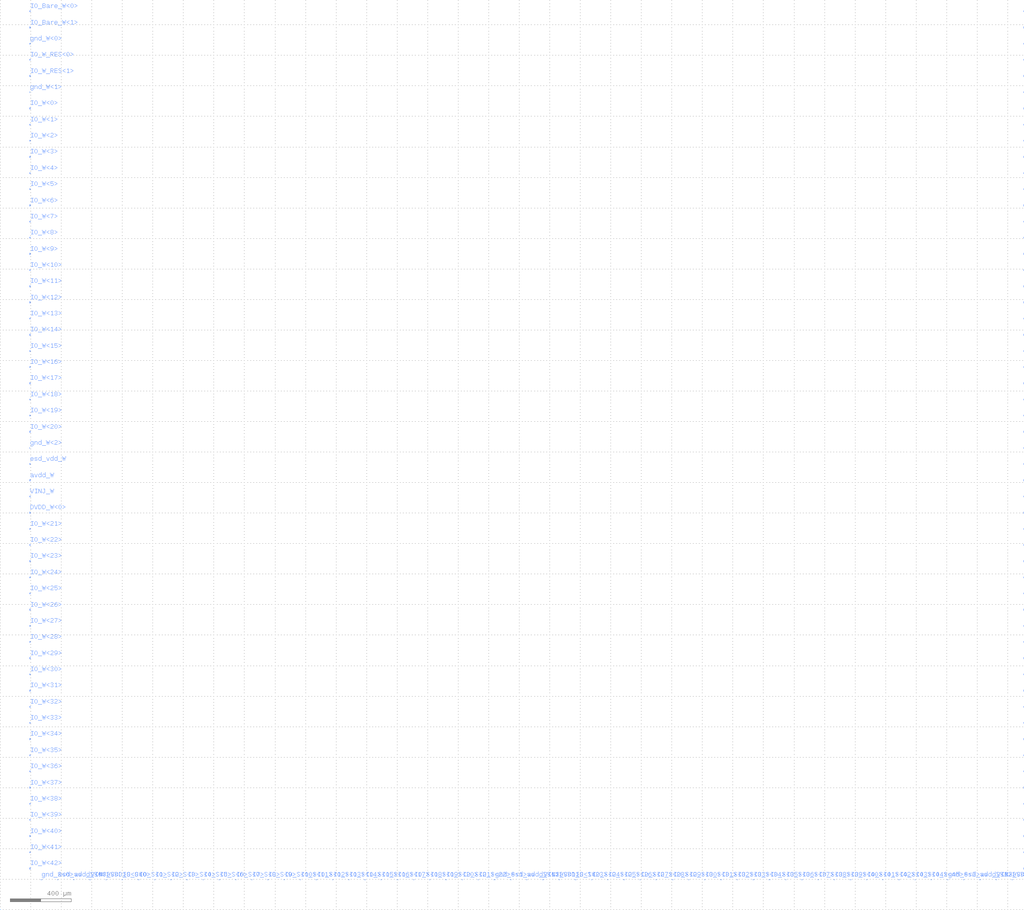
<source format=lef>
VERSION 5.5 ;
NAMESCASESENSITIVE ON ;
BUSBITCHARS "[]" ;
DIVIDERCHAR "/" ;

PROPERTYDEFINITIONS
  LAYER routingPitch REAL ;
END PROPERTYDEFINITIONS

UNITS
  DATABASE MICRONS 1000 ;
END UNITS
MANUFACTURINGGRID 0.01 ;
LAYER POLY1
  TYPE MASTERSLICE ;
END POLY1

LAYER CONT
  TYPE CUT ;
  SPACING 0.4 ;
END CONT

LAYER METAL1
  TYPE ROUTING ;
  DIRECTION HORIZONTAL ;
  PITCH 0 ;
  WIDTH 0.5 ;
  SPACING 0.45 ;
  PROPERTY routingPitch 1.25 ;
END METAL1

LAYER VIA12
  TYPE CUT ;
  SPACING 0.45 ;
END VIA12

LAYER METAL2
  TYPE ROUTING ;
  DIRECTION VERTICAL ;
  PITCH 0 ;
  WIDTH 0.6 ;
  SPACING 0.5 ;
  PROPERTY routingPitch 1.4 ;
END METAL2

LAYER VIA23
  TYPE CUT ;
  SPACING 0.45 ;
END VIA23

LAYER METAL3
  TYPE ROUTING ;
  DIRECTION HORIZONTAL ;
  PITCH 0 ;
  WIDTH 0.6 ;
  SPACING 0.5 ;
  PROPERTY routingPitch 1.25 ;
END METAL3

LAYER VIA34
  TYPE CUT ;
  SPACING 0.45 ;
END VIA34

LAYER METAL4
  TYPE ROUTING ;
  DIRECTION VERTICAL ;
  PITCH 0 ;
  WIDTH 0.6 ;
  SPACING 0.6 ;
  PROPERTY routingPitch 1.4 ;
END METAL4

LAYER OVERLAP
  TYPE OVERLAP ;
END OVERLAP

VIARULE M4_M3 GENERATE
  LAYER METAL3 ;
    ENCLOSURE 0.2 0.2 ;
  LAYER METAL4 ;
    ENCLOSURE 0.15 0.15 ;
  LAYER VIA34 ;
    RECT -0.25 -0.25 0.25 0.25 ;
    SPACING 1 BY 1 ;
END M4_M3

VIARULE M3_M2 GENERATE
  LAYER METAL2 ;
    ENCLOSURE 0.2 0.2 ;
  LAYER METAL3 ;
    ENCLOSURE 0.15 0.15 ;
  LAYER VIA23 ;
    RECT -0.25 -0.25 0.25 0.25 ;
    SPACING 1 BY 1 ;
END M3_M2

VIARULE M2_M1 GENERATE
  LAYER METAL1 ;
    ENCLOSURE 0.2 0.2 ;
  LAYER METAL2 ;
    ENCLOSURE 0.15 0.15 ;
  LAYER VIA12 ;
    RECT -0.25 -0.25 0.25 0.25 ;
    SPACING 1 BY 1 ;
END M2_M1

VIARULE M1_POLY1 GENERATE
  LAYER POLY1 ;
    ENCLOSURE 0.2 0.2 ;
  LAYER METAL1 ;
    ENCLOSURE 0.15 0.15 ;
  LAYER CONT ;
    RECT -0.2 -0.2 0.2 0.2 ;
    SPACING 1 BY 1 ;
END M1_POLY1

VIA M1_POLY1
  LAYER CONT ;
    RECT -0.2 -0.2 0.2 0.2 ;
  LAYER POLY1 ;
    RECT -0.4 -0.4 0.4 0.4 ;
  LAYER METAL1 ;
    RECT -0.35 -0.35 0.35 0.35 ;
END M1_POLY1

VIA M2_M1
  LAYER VIA12 ;
    RECT -0.25 -0.25 0.25 0.25 ;
  LAYER METAL2 ;
    RECT -0.4 -0.4 0.4 0.4 ;
  LAYER METAL1 ;
    RECT -0.45 -0.45 0.45 0.45 ;
END M2_M1

VIA M3_M2
  LAYER VIA23 ;
    RECT -0.25 -0.25 0.25 0.25 ;
  LAYER METAL3 ;
    RECT -0.4 -0.4 0.4 0.4 ;
  LAYER METAL2 ;
    RECT -0.45 -0.45 0.45 0.45 ;
END M3_M2

VIA M4_M3
  LAYER VIA34 ;
    RECT -0.25 -0.25 0.25 0.25 ;
  LAYER METAL4 ;
    RECT -0.4 -0.4 0.4 0.4 ;
  LAYER METAL3 ;
    RECT -0.45 -0.45 0.45 0.45 ;
END M4_M3


MACRO Full_Macro_Edit
  PIN SystemDrainline<1>
    DIRECTION INOUT ;
    USE SIGNAL ;
    PORT
      LAYER METAL3 ;
        RECT 6312.6 1412.6 6314.0 1414.0 ;
    END
  END SystemDrainline<1>
  PIN SystemDrainline<2>
    DIRECTION INOUT ;
    USE SIGNAL ;
    PORT
      LAYER METAL3 ;
        RECT 6312.6 943.6 6314.0 945.0 ;
    END
  END SystemDrainline<2>
  PIN sram_CS_VBIAS
    DIRECTION INOUT ;
    USE SIGNAL ;
    PORT
      LAYER METAL3 ;
        RECT 0.0 2.8 1.4 4.2 ;
    END
  END sram_CS_VBIAS
  PIN drain_pulse_rst
    DIRECTION INOUT ;
    USE SIGNAL ;
    PORT
      LAYER METAL3 ;
        RECT 6312.6 1.4 6314.0 2.8 ;
    END
  END drain_pulse_rst
  PIN fast_ADC_clk
    DIRECTION INOUT ;
    USE SIGNAL ;
    PORT
      LAYER METAL3 ;
        RECT 6312.6 471.8 6314.0 473.2 ;
    END
  END fast_ADC_clk
  PIN peri_spi_slave_RX_DV
    DIRECTION INOUT ;
    USE SIGNAL ;
    PORT
      LAYER METAL3 ;
        RECT 0.0 1412.6 1.4 1414.0 ;
    END
  END peri_spi_slave_RX_DV
  PIN peri_spi_mstr_RX_DV
    DIRECTION INOUT ;
    USE SIGNAL ;
    PORT
      LAYER METAL3 ;
        RECT 0.0 1330.0 1.4 1331.4 ;
    END
  END peri_spi_mstr_RX_DV
  PIN peri_spi_mstr_TX_Ready
    DIRECTION INOUT ;
    USE SIGNAL ;
    PORT
      LAYER METAL3 ;
        RECT 0.0 1247.4 1.4 1248.8 ;
    END
  END peri_spi_mstr_TX_Ready
  PIN peri_spi_mstr_cs_n_3
    DIRECTION INOUT ;
    USE SIGNAL ;
    PORT
      LAYER METAL3 ;
        RECT 0.0 1163.4 1.4 1164.8 ;
    END
  END peri_spi_mstr_cs_n_3
  PIN peri_spi_mstr_cs_n_2
    DIRECTION INOUT ;
    USE SIGNAL ;
    PORT
      LAYER METAL3 ;
        RECT 0.0 1080.8 1.4 1082.2 ;
    END
  END peri_spi_mstr_cs_n_2
  PIN peri_spi_mstr_cs_n_1
    DIRECTION INOUT ;
    USE SIGNAL ;
    PORT
      LAYER METAL3 ;
        RECT 0.0 996.8 1.4 998.2 ;
    END
  END peri_spi_mstr_cs_n_1
  PIN peri_spi_mstr_cs_n_0
    DIRECTION INOUT ;
    USE SIGNAL ;
    PORT
      LAYER METAL3 ;
        RECT 0.0 914.2 1.4 915.6 ;
    END
  END peri_spi_mstr_cs_n_0
  PIN peri_spi_mstr_mosi
    DIRECTION INOUT ;
    USE SIGNAL ;
    PORT
      LAYER METAL3 ;
        RECT 0.0 830.2 1.4 831.6 ;
    END
  END peri_spi_mstr_mosi
  PIN peri_spi_mstr_spiclk
    DIRECTION INOUT ;
    USE SIGNAL ;
    PORT
      LAYER METAL3 ;
        RECT 0.0 664.7 0.6 665.3 ;
    END
  END peri_spi_mstr_spiclk
  PIN peri_spi_slave_miso
    DIRECTION INOUT ;
    USE SIGNAL ;
    PORT
      LAYER METAL3 ;
        RECT 0.0 415.8 1.4 417.2 ;
    END
  END peri_spi_slave_miso
  PIN peri_spi_mstr_miso
    DIRECTION INOUT ;
    USE SIGNAL ;
    PORT
      LAYER METAL3 ;
        RECT 0.0 747.6 1.4 749.0 ;
    END
  END peri_spi_mstr_miso
  PIN peri_spi_slave_cs_n
    DIRECTION INOUT ;
    USE SIGNAL ;
    PORT
      LAYER METAL3 ;
        RECT 0.0 582.4 1.4 583.8 ;
    END
  END peri_spi_slave_cs_n
  PIN peri_spi_slave_mosi
    DIRECTION INOUT ;
    USE SIGNAL ;
    PORT
      LAYER METAL3 ;
        RECT 0.0 498.4 1.4 499.8 ;
    END
  END peri_spi_slave_mosi
  PIN peri_spi_slave_clk
    DIRECTION INOUT ;
    USE SIGNAL ;
    PORT
      LAYER METAL3 ;
        RECT 0.0 331.8 1.4 333.2 ;
    END
  END peri_spi_slave_clk
  PIN peri_spi_cpu_clk
    DIRECTION INOUT ;
    USE SIGNAL ;
    PORT
      LAYER METAL3 ;
        RECT 0.0 249.2 1.4 250.6 ;
    END
  END peri_spi_cpu_clk
  PIN peri_spi_rst
    DIRECTION INOUT ;
    USE SIGNAL ;
    PORT
      LAYER METAL3 ;
        RECT 0.0 165.2 1.4 166.6 ;
    END
  END peri_spi_rst
  PIN peri_use_uP
    DIRECTION INOUT ;
    USE SIGNAL ;
    PORT
      LAYER METAL3 ;
        RECT 0.0 82.6 1.4 84.0 ;
    END
  END peri_use_uP
  PIN irq_acc<12>
    DIRECTION INOUT ;
    USE SIGNAL ;
    PORT
      LAYER METAL2 ;
        RECT 894.6 0.0 896.0 1.4 ;
    END
  END irq_acc<12>
  PIN irq_acc<13>
    DIRECTION INOUT ;
    USE SIGNAL ;
    PORT
      LAYER METAL2 ;
        RECT 834.4 0.0 835.8 1.4 ;
    END
  END irq_acc<13>
  PIN irq<0>
    DIRECTION INOUT ;
    USE SIGNAL ;
    PORT
      LAYER METAL2 ;
        RECT 774.2 0.0 775.6 1.4 ;
    END
  END irq<0>
  PIN irq<1>
    DIRECTION INOUT ;
    USE SIGNAL ;
    PORT
      LAYER METAL2 ;
        RECT 715.4 0.0 716.8 1.4 ;
    END
  END irq<1>
  PIN irq<2>
    DIRECTION INOUT ;
    USE SIGNAL ;
    PORT
      LAYER METAL2 ;
        RECT 655.2 0.0 656.6 1.4 ;
    END
  END irq<2>
  PIN irq<3>
    DIRECTION INOUT ;
    USE SIGNAL ;
    PORT
      LAYER METAL2 ;
        RECT 596.4 0.0 597.8 1.4 ;
    END
  END irq<3>
  PIN irq<4>
    DIRECTION INOUT ;
    USE SIGNAL ;
    PORT
      LAYER METAL2 ;
        RECT 536.2 0.0 537.6 1.4 ;
    END
  END irq<4>
  PIN irq<5>
    DIRECTION INOUT ;
    USE SIGNAL ;
    PORT
      LAYER METAL2 ;
        RECT 477.4 0.0 478.8 1.4 ;
    END
  END irq<5>
  PIN irq<6>
    DIRECTION INOUT ;
    USE SIGNAL ;
    PORT
      LAYER METAL2 ;
        RECT 417.2 0.0 418.6 1.4 ;
    END
  END irq<6>
  PIN irq<7>
    DIRECTION INOUT ;
    USE SIGNAL ;
    PORT
      LAYER METAL2 ;
        RECT 358.4 0.0 359.8 1.4 ;
    END
  END irq<7>
  PIN irq<8>
    DIRECTION INOUT ;
    USE SIGNAL ;
    PORT
      LAYER METAL2 ;
        RECT 298.2 0.0 299.6 1.4 ;
    END
  END irq<8>
  PIN irq<9>
    DIRECTION INOUT ;
    USE SIGNAL ;
    PORT
      LAYER METAL2 ;
        RECT 239.4 0.0 240.8 1.4 ;
    END
  END irq<9>
  PIN irq<10>
    DIRECTION INOUT ;
    USE SIGNAL ;
    PORT
      LAYER METAL2 ;
        RECT 179.2 0.0 180.6 1.4 ;
    END
  END irq<10>
  PIN irq<11>
    DIRECTION INOUT ;
    USE SIGNAL ;
    PORT
      LAYER METAL2 ;
        RECT 119.0 0.0 120.4 1.4 ;
    END
  END irq<11>
  PIN irq<12>
    DIRECTION INOUT ;
    USE SIGNAL ;
    PORT
      LAYER METAL2 ;
        RECT 60.2 0.0 61.6 1.4 ;
    END
  END irq<12>
  PIN irq<13>
    DIRECTION INOUT ;
    USE SIGNAL ;
    PORT
      LAYER METAL2 ;
        RECT 1.4 0.0 2.8 1.4 ;
    END
  END irq<13>
  PIN irq_acc<1>
    DIRECTION INOUT ;
    USE SIGNAL ;
    PORT
      LAYER METAL2 ;
        RECT 1548.4 0.0 1549.8 1.4 ;
    END
  END irq_acc<1>
  PIN irq_acc<2>
    DIRECTION INOUT ;
    USE SIGNAL ;
    PORT
      LAYER METAL2 ;
        RECT 1489.6 0.0 1491.0 1.4 ;
    END
  END irq_acc<2>
  PIN irq_acc<3>
    DIRECTION INOUT ;
    USE SIGNAL ;
    PORT
      LAYER METAL2 ;
        RECT 1429.4 0.0 1430.8 1.4 ;
    END
  END irq_acc<3>
  PIN irq_acc<4>
    DIRECTION INOUT ;
    USE SIGNAL ;
    PORT
      LAYER METAL2 ;
        RECT 1370.6 0.0 1372.0 1.4 ;
    END
  END irq_acc<4>
  PIN irq_acc<5>
    DIRECTION INOUT ;
    USE SIGNAL ;
    PORT
      LAYER METAL2 ;
        RECT 1310.4 0.0 1311.8 1.4 ;
    END
  END irq_acc<5>
  PIN irq_acc<6>
    DIRECTION INOUT ;
    USE SIGNAL ;
    PORT
      LAYER METAL2 ;
        RECT 1251.6 0.0 1253.0 1.4 ;
    END
  END irq_acc<6>
  PIN irq_acc<7>
    DIRECTION INOUT ;
    USE SIGNAL ;
    PORT
      LAYER METAL2 ;
        RECT 1191.4 0.0 1192.8 1.4 ;
    END
  END irq_acc<7>
  PIN irq_acc<8>
    DIRECTION INOUT ;
    USE SIGNAL ;
    PORT
      LAYER METAL2 ;
        RECT 1132.6 0.0 1134.0 1.4 ;
    END
  END irq_acc<8>
  PIN irq_acc<9>
    DIRECTION INOUT ;
    USE SIGNAL ;
    PORT
      LAYER METAL2 ;
        RECT 1072.4 0.0 1073.8 1.4 ;
    END
  END irq_acc<9>
  PIN irq_acc<10>
    DIRECTION INOUT ;
    USE SIGNAL ;
    PORT
      LAYER METAL2 ;
        RECT 1013.6 0.0 1015.0 1.4 ;
    END
  END irq_acc<10>
  PIN irq_acc<11>
    DIRECTION INOUT ;
    USE SIGNAL ;
    PORT
      LAYER METAL2 ;
        RECT 953.4 0.0 954.8 1.4 ;
    END
  END irq_acc<11>
  PIN irq_acc<0>
    DIRECTION INOUT ;
    USE SIGNAL ;
    PORT
      LAYER METAL2 ;
        RECT 1608.6 0.0 1610.0 1.4 ;
    END
  END irq_acc<0>
  PIN mmio_reg_4_vinj_out<1>
    DIRECTION INOUT ;
    USE SIGNAL ;
    PORT
      LAYER METAL2 ;
        RECT 1906.8 0.0 1908.2 1.4 ;
    END
  END mmio_reg_4_vinj_out<1>
  PIN mmio_reg_4_vinj_out<2>
    DIRECTION INOUT ;
    USE SIGNAL ;
    PORT
      LAYER METAL2 ;
        RECT 1846.6 0.0 1848.0 1.4 ;
    END
  END mmio_reg_4_vinj_out<2>
  PIN mmio_reg_4_vinj_out<3>
    DIRECTION INOUT ;
    USE SIGNAL ;
    PORT
      LAYER METAL2 ;
        RECT 1787.8 0.0 1789.2 1.4 ;
    END
  END mmio_reg_4_vinj_out<3>
  PIN mmio_reg_4_vinj_out<4>
    DIRECTION INOUT ;
    USE SIGNAL ;
    PORT
      LAYER METAL2 ;
        RECT 1727.6 0.0 1729.0 1.4 ;
    END
  END mmio_reg_4_vinj_out<4>
  PIN mmio_reg_4_vinj_out<5>
    DIRECTION INOUT ;
    USE SIGNAL ;
    PORT
      LAYER METAL2 ;
        RECT 1668.8 0.0 1670.2 1.4 ;
    END
  END mmio_reg_4_vinj_out<5>
  PIN mmio_reg_4_vinj_out<0>
    DIRECTION INOUT ;
    USE SIGNAL ;
    PORT
      LAYER METAL2 ;
        RECT 1965.6 0.0 1967.0 1.4 ;
    END
  END mmio_reg_4_vinj_out<0>
  PIN mmio_reg_3_vinj_out<10>
    DIRECTION INOUT ;
    USE SIGNAL ;
    PORT
      LAYER METAL2 ;
        RECT 2322.6 0.0 2324.0 1.4 ;
    END
  END mmio_reg_3_vinj_out<10>
  PIN mmio_reg_3_vinj_out<11>
    DIRECTION INOUT ;
    USE SIGNAL ;
    PORT
      LAYER METAL2 ;
        RECT 2263.8 0.0 2265.2 1.4 ;
    END
  END mmio_reg_3_vinj_out<11>
  PIN mmio_reg_3_vinj_out<12>
    DIRECTION INOUT ;
    USE SIGNAL ;
    PORT
      LAYER METAL2 ;
        RECT 2203.6 0.0 2205.0 1.4 ;
    END
  END mmio_reg_3_vinj_out<12>
  PIN mmio_reg_3_vinj_out<13>
    DIRECTION INOUT ;
    USE SIGNAL ;
    PORT
      LAYER METAL2 ;
        RECT 2144.8 0.0 2146.2 1.4 ;
    END
  END mmio_reg_3_vinj_out<13>
  PIN mmio_reg_3_vinj_out<14>
    DIRECTION INOUT ;
    USE SIGNAL ;
    PORT
      LAYER METAL2 ;
        RECT 2084.6 0.0 2086.0 1.4 ;
    END
  END mmio_reg_3_vinj_out<14>
  PIN mmio_reg_3_vinj_out<15>
    DIRECTION INOUT ;
    USE SIGNAL ;
    PORT
      LAYER METAL2 ;
        RECT 2025.8 0.0 2027.2 1.4 ;
    END
  END mmio_reg_3_vinj_out<15>
  PIN mmio_reg_1_out<0>
    DIRECTION INOUT ;
    USE SIGNAL ;
    PORT
      LAYER METAL2 ;
        RECT 2501.8 0.0 2503.2 1.4 ;
    END
  END mmio_reg_1_out<0>
  PIN mmio_reg_1_out<1>
    DIRECTION INOUT ;
    USE SIGNAL ;
    PORT
      LAYER METAL2 ;
        RECT 2562.0 0.0 2563.4 1.4 ;
    END
  END mmio_reg_1_out<1>
  PIN mmio_reg_in_5<9>
    DIRECTION INOUT ;
    USE SIGNAL ;
    PORT
      LAYER METAL2 ;
        RECT 2977.8 0.0 2979.2 1.4 ;
    END
  END mmio_reg_in_5<9>
  PIN mmio_reg_in_5<10>
    DIRECTION INOUT ;
    USE SIGNAL ;
    PORT
      LAYER METAL2 ;
        RECT 2919.0 0.0 2920.4 1.4 ;
    END
  END mmio_reg_in_5<10>
  PIN mmio_reg_in_5<11>
    DIRECTION INOUT ;
    USE SIGNAL ;
    PORT
      LAYER METAL2 ;
        RECT 2858.8 0.0 2860.2 1.4 ;
    END
  END mmio_reg_in_5<11>
  PIN mmio_reg_in_5<12>
    DIRECTION INOUT ;
    USE SIGNAL ;
    PORT
      LAYER METAL2 ;
        RECT 2800.0 0.0 2801.4 1.4 ;
    END
  END mmio_reg_in_5<12>
  PIN mmio_reg_in_5<13>
    DIRECTION INOUT ;
    USE SIGNAL ;
    PORT
      LAYER METAL2 ;
        RECT 2739.8 0.0 2741.2 1.4 ;
    END
  END mmio_reg_in_5<13>
  PIN mmio_reg_in_5<14>
    DIRECTION INOUT ;
    USE SIGNAL ;
    PORT
      LAYER METAL2 ;
        RECT 2681.0 0.0 2682.4 1.4 ;
    END
  END mmio_reg_in_5<14>
  PIN mmio_reg_in_5<15>
    DIRECTION INOUT ;
    USE SIGNAL ;
    PORT
      LAYER METAL2 ;
        RECT 2620.8 0.0 2622.2 1.4 ;
    END
  END mmio_reg_in_5<15>
  PIN mmio_reg_in_5<2>
    DIRECTION INOUT ;
    USE SIGNAL ;
    PORT
      LAYER METAL2 ;
        RECT 3395.0 0.0 3396.4 1.4 ;
    END
  END mmio_reg_in_5<2>
  PIN mmio_reg_in_5<3>
    DIRECTION INOUT ;
    USE SIGNAL ;
    PORT
      LAYER METAL2 ;
        RECT 3336.2 0.0 3337.6 1.4 ;
    END
  END mmio_reg_in_5<3>
  PIN mmio_reg_in_5<4>
    DIRECTION INOUT ;
    USE SIGNAL ;
    PORT
      LAYER METAL2 ;
        RECT 3276.0 0.0 3277.4 1.4 ;
    END
  END mmio_reg_in_5<4>
  PIN mmio_reg_in_5<5>
    DIRECTION INOUT ;
    USE SIGNAL ;
    PORT
      LAYER METAL2 ;
        RECT 3217.2 0.0 3218.6 1.4 ;
    END
  END mmio_reg_in_5<5>
  PIN mmio_reg_in_5<6>
    DIRECTION INOUT ;
    USE SIGNAL ;
    PORT
      LAYER METAL2 ;
        RECT 3157.0 0.0 3158.4 1.4 ;
    END
  END mmio_reg_in_5<6>
  PIN mmio_reg_in_5<7>
    DIRECTION INOUT ;
    USE SIGNAL ;
    PORT
      LAYER METAL2 ;
        RECT 3096.8 0.0 3098.2 1.4 ;
    END
  END mmio_reg_in_5<7>
  PIN mmio_reg_in_5<8>
    DIRECTION INOUT ;
    USE SIGNAL ;
    PORT
      LAYER METAL2 ;
        RECT 3038.0 0.0 3039.4 1.4 ;
    END
  END mmio_reg_in_5<8>
  PIN mmio_reg_10<11>
    DIRECTION INOUT ;
    USE SIGNAL ;
    PORT
      LAYER METAL2 ;
        RECT 3812.2 0.0 3813.6 1.4 ;
    END
  END mmio_reg_10<11>
  PIN mmio_reg_10<12>
    DIRECTION INOUT ;
    USE SIGNAL ;
    PORT
      LAYER METAL2 ;
        RECT 3752.0 0.0 3753.4 1.4 ;
    END
  END mmio_reg_10<12>
  PIN mmio_reg_10<13>
    DIRECTION INOUT ;
    USE SIGNAL ;
    PORT
      LAYER METAL2 ;
        RECT 3693.2 0.0 3694.6 1.4 ;
    END
  END mmio_reg_10<13>
  PIN mmio_reg_10<14>
    DIRECTION INOUT ;
    USE SIGNAL ;
    PORT
      LAYER METAL2 ;
        RECT 3633.0 0.0 3634.4 1.4 ;
    END
  END mmio_reg_10<14>
  PIN mmio_reg_10<15>
    DIRECTION INOUT ;
    USE SIGNAL ;
    PORT
      LAYER METAL2 ;
        RECT 3574.2 0.0 3575.6 1.4 ;
    END
  END mmio_reg_10<15>
  PIN mmio_reg_in_5<0>
    DIRECTION INOUT ;
    USE SIGNAL ;
    PORT
      LAYER METAL2 ;
        RECT 3514.0 0.0 3515.4 1.4 ;
    END
  END mmio_reg_in_5<0>
  PIN mmio_reg_in_5<1>
    DIRECTION INOUT ;
    USE SIGNAL ;
    PORT
      LAYER METAL2 ;
        RECT 3455.2 0.0 3456.6 1.4 ;
    END
  END mmio_reg_in_5<1>
  PIN mmio_reg_10<4>
    DIRECTION INOUT ;
    USE SIGNAL ;
    PORT
      LAYER METAL2 ;
        RECT 4229.4 0.0 4230.8 1.4 ;
    END
  END mmio_reg_10<4>
  PIN mmio_reg_10<5>
    DIRECTION INOUT ;
    USE SIGNAL ;
    PORT
      LAYER METAL2 ;
        RECT 4169.2 0.0 4170.6 1.4 ;
    END
  END mmio_reg_10<5>
  PIN mmio_reg_10<6>
    DIRECTION INOUT ;
    USE SIGNAL ;
    PORT
      LAYER METAL2 ;
        RECT 4110.4 0.0 4111.8 1.4 ;
    END
  END mmio_reg_10<6>
  PIN mmio_reg_10<7>
    DIRECTION INOUT ;
    USE SIGNAL ;
    PORT
      LAYER METAL2 ;
        RECT 4050.2 0.0 4051.6 1.4 ;
    END
  END mmio_reg_10<7>
  PIN mmio_reg_10<8>
    DIRECTION INOUT ;
    USE SIGNAL ;
    PORT
      LAYER METAL2 ;
        RECT 3991.4 0.0 3992.8 1.4 ;
    END
  END mmio_reg_10<8>
  PIN mmio_reg_10<9>
    DIRECTION INOUT ;
    USE SIGNAL ;
    PORT
      LAYER METAL2 ;
        RECT 3931.2 0.0 3932.6 1.4 ;
    END
  END mmio_reg_10<9>
  PIN mmio_reg_10<10>
    DIRECTION INOUT ;
    USE SIGNAL ;
    PORT
      LAYER METAL2 ;
        RECT 3871.0 0.0 3872.4 1.4 ;
    END
  END mmio_reg_10<10>
  PIN mmio_reg_10<0>
    DIRECTION INOUT ;
    USE SIGNAL ;
    PORT
      LAYER METAL2 ;
        RECT 4467.4 0.0 4468.8 1.4 ;
    END
  END mmio_reg_10<0>
  PIN mmio_reg_10<1>
    DIRECTION INOUT ;
    USE SIGNAL ;
    PORT
      LAYER METAL2 ;
        RECT 4407.2 0.0 4408.6 1.4 ;
    END
  END mmio_reg_10<1>
  PIN mmio_reg_10<2>
    DIRECTION INOUT ;
    USE SIGNAL ;
    PORT
      LAYER METAL2 ;
        RECT 4348.4 0.0 4349.8 1.4 ;
    END
  END mmio_reg_10<2>
  PIN mmio_reg_10<3>
    DIRECTION INOUT ;
    USE SIGNAL ;
    PORT
      LAYER METAL2 ;
        RECT 4288.2 0.0 4289.6 1.4 ;
    END
  END mmio_reg_10<3>
  PIN mmio_reg_2_out_b15
    DIRECTION INOUT ;
    USE SIGNAL ;
    PORT
      LAYER METAL2 ;
        RECT 2382.8 0.0 2384.2 1.4 ;
    END
  END mmio_reg_2_out_b15
  PIN mmio_reg_9_out_b15
    DIRECTION INOUT ;
    USE SIGNAL ;
    PORT
      LAYER METAL2 ;
        RECT 2443.0 0.0 2444.4 1.4 ;
    END
  END mmio_reg_9_out_b15
  PIN Signal_DAC_out[0]
    DIRECTION INOUT ;
    USE SIGNAL ;
    PORT
      LAYER METAL2 ;
        RECT 5360.6 0.0 5362.0 1.4 ;
    END
  END Signal_DAC_out[0]
  PIN Signal_DAC_out[1]
    DIRECTION INOUT ;
    USE SIGNAL ;
    PORT
      LAYER METAL2 ;
        RECT 5300.4 0.0 5301.8 1.4 ;
    END
  END Signal_DAC_out[1]
  PIN Signal_DAC_out[2]
    DIRECTION INOUT ;
    USE SIGNAL ;
    PORT
      LAYER METAL2 ;
        RECT 5241.6 0.0 5243.0 1.4 ;
    END
  END Signal_DAC_out[2]
  PIN Signal_DAC_out[3]
    DIRECTION INOUT ;
    USE SIGNAL ;
    PORT
      LAYER METAL2 ;
        RECT 5181.4 0.0 5182.8 1.4 ;
    END
  END Signal_DAC_out[3]
  PIN Signal_DAC_out[4]
    DIRECTION INOUT ;
    USE SIGNAL ;
    PORT
      LAYER METAL2 ;
        RECT 5122.6 0.0 5124.0 1.4 ;
    END
  END Signal_DAC_out[4]
  PIN Signal_ADC_inp[0]
    DIRECTION INOUT ;
    USE SIGNAL ;
    PORT
      LAYER METAL2 ;
        RECT 5717.6 0.0 5719.0 1.4 ;
    END
  END Signal_ADC_inp[0]
  PIN Signal_ADC_inp[1]
    DIRECTION INOUT ;
    USE SIGNAL ;
    PORT
      LAYER METAL2 ;
        RECT 5658.8 0.0 5660.2 1.4 ;
    END
  END Signal_ADC_inp[1]
  PIN Signal_ADC_inp[2]
    DIRECTION INOUT ;
    USE SIGNAL ;
    PORT
      LAYER METAL2 ;
        RECT 5598.6 0.0 5600.0 1.4 ;
    END
  END Signal_ADC_inp[2]
  PIN Signal_ADC_inp[3]
    DIRECTION INOUT ;
    USE SIGNAL ;
    PORT
      LAYER METAL2 ;
        RECT 5539.8 0.0 5541.2 1.4 ;
    END
  END Signal_ADC_inp[3]
  PIN Signal_ADC_inp[4]
    DIRECTION INOUT ;
    USE SIGNAL ;
    PORT
      LAYER METAL2 ;
        RECT 5479.6 0.0 5481.0 1.4 ;
    END
  END Signal_ADC_inp[4]
  PIN Signal_ADC_inp[5]
    DIRECTION INOUT ;
    USE SIGNAL ;
    PORT
      LAYER METAL2 ;
        RECT 5419.4 0.0 5420.8 1.4 ;
    END
  END Signal_ADC_inp[5]
  PIN VGPROG_IO
    DIRECTION INOUT ;
    USE SIGNAL ;
    PORT
      LAYER METAL2 ;
        RECT 5955.6 0.0 5957.0 1.4 ;
    END
  END VGPROG_IO
  PIN VTUN_AM
    DIRECTION INOUT ;
    USE SIGNAL ;
    PORT
      LAYER METAL2 ;
        RECT 6074.6 0.0 6076.0 1.4 ;
    END
  END VTUN_AM
  PIN AVDD_AM
    DIRECTION INOUT ;
    USE SIGNAL ;
    PORT
      LAYER METAL2 ;
        RECT 6193.6 0.0 6195.0 1.4 ;
    END
  END AVDD_AM
  PIN V_IO
    DIRECTION INOUT ;
    USE SIGNAL ;
    PORT
      LAYER METAL2 ;
        RECT 4526.2 0.0 4527.6 1.4 ;
    END
  END V_IO
  PIN VG_IO
    DIRECTION INOUT ;
    USE SIGNAL ;
    PORT
      LAYER METAL2 ;
        RECT 4586.4 0.0 4587.8 1.4 ;
    END
  END VG_IO
  PIN VGRUN
    DIRECTION INOUT ;
    USE SIGNAL ;
    PORT
      LAYER METAL2 ;
        RECT 4645.2 0.0 4646.6 1.4 ;
    END
  END VGRUN
  PIN VD_IO
    DIRECTION INOUT ;
    USE SIGNAL ;
    PORT
      LAYER METAL2 ;
        RECT 4705.4 0.0 4706.8 1.4 ;
    END
  END VD_IO
  PIN I_IO
    DIRECTION INOUT ;
    USE SIGNAL ;
    PORT
      LAYER METAL2 ;
        RECT 4765.6 0.0 4767.0 1.4 ;
    END
  END I_IO
  PIN Debug_IO
    DIRECTION INOUT ;
    USE SIGNAL ;
    PORT
      LAYER METAL2 ;
        RECT 4824.4 0.0 4825.8 1.4 ;
    END
  END Debug_IO
  PIN Cal_Vin
    DIRECTION INOUT ;
    USE SIGNAL ;
    PORT
      LAYER METAL2 ;
        RECT 4884.6 0.0 4886.0 1.4 ;
    END
  END Cal_Vin
  PIN Cal_IO
    DIRECTION INOUT ;
    USE SIGNAL ;
    PORT
      LAYER METAL2 ;
        RECT 4943.4 0.0 4944.8 1.4 ;
    END
  END Cal_IO
  PIN Bias_Trim
    DIRECTION INOUT ;
    USE SIGNAL ;
    PORT
      LAYER METAL2 ;
        RECT 5003.6 0.0 5005.0 1.4 ;
    END
  END Bias_Trim
  PIN ADC_Trim
    DIRECTION INOUT ;
    USE SIGNAL ;
    PORT
      LAYER METAL2 ;
        RECT 5062.4 0.0 5063.8 1.4 ;
    END
  END ADC_Trim
  PIN run
    DIRECTION INOUT ;
    USE SIGNAL ;
    PORT
      LAYER METAL2 ;
        RECT 5777.8 0.0 5779.2 1.4 ;
    END
  END run
  PIN prog
    DIRECTION INOUT ;
    USE SIGNAL ;
    PORT
      LAYER METAL2 ;
        RECT 5836.6 0.0 5838.0 1.4 ;
    END
  END prog
  PIN fgmem_CS_VBIAS
    DIRECTION INOUT ;
    USE SIGNAL ;
    PORT
      LAYER METAL2 ;
        RECT 5896.8 0.0 5898.2 1.4 ;
    END
  END fgmem_CS_VBIAS
  PIN VTUN_fgmem
    DIRECTION INOUT ;
    USE SIGNAL ;
    PORT
      LAYER METAL2 ;
        RECT 6015.8 0.0 6017.2 1.4 ;
    END
  END VTUN_fgmem
  PIN VINJ
    DIRECTION INOUT ;
    USE SIGNAL ;
    PORT
      LAYER METAL2 ;
        RECT 6134.8 0.0 6136.2 1.4 ;
    END
  END VINJ
  PIN GND
    DIRECTION INOUT ;
    USE SIGNAL ;
    PORT
      LAYER METAL2 ;
        RECT 6253.8 0.0 6255.2 1.4 ;
    END
  END GND
  PIN DVDD
    DIRECTION INOUT ;
    USE SIGNAL ;
    PORT
      LAYER METAL2 ;
        RECT 6311.2 0.0 6312.6 1.4 ;
    END
  END DVDD
  PIN scan_out2
    DIRECTION INOUT ;
    USE SIGNAL ;
    PORT
      LAYER METAL2 ;
        RECT 3682.0 1414.0 3683.4 1415.4 ;
    END
  END scan_out2
  PIN scan_in2
    DIRECTION INOUT ;
    USE SIGNAL ;
    PORT
      LAYER METAL2 ;
        RECT 3155.6 1414.0 3157.0 1415.4 ;
    END
  END scan_in2
  PIN scan_out1
    DIRECTION INOUT ;
    USE SIGNAL ;
    PORT
      LAYER METAL2 ;
        RECT 3418.8 1414.0 3420.2 1415.4 ;
    END
  END scan_out1
  PIN scan_in1
    DIRECTION INOUT ;
    USE SIGNAL ;
    PORT
      LAYER METAL2 ;
        RECT 2892.4 1414.0 2893.8 1415.4 ;
    END
  END scan_in1
  PIN wkup
    DIRECTION INOUT ;
    USE SIGNAL ;
    PORT
      LAYER METAL2 ;
        RECT 2629.2 1414.0 2630.6 1415.4 ;
    END
  END wkup
  PIN scan_mode
    DIRECTION INOUT ;
    USE SIGNAL ;
    PORT
      LAYER METAL2 ;
        RECT 2366.0 1414.0 2367.4 1415.4 ;
    END
  END scan_mode
  PIN scan_enable
    DIRECTION INOUT ;
    USE SIGNAL ;
    PORT
      LAYER METAL2 ;
        RECT 2104.2 1414.0 2105.6 1415.4 ;
    END
  END scan_enable
  PIN reset_n
    DIRECTION INOUT ;
    USE SIGNAL ;
    PORT
      LAYER METAL2 ;
        RECT 1841.0 1414.0 1842.4 1415.4 ;
    END
  END reset_n
  PIN nmi
    DIRECTION INOUT ;
    USE SIGNAL ;
    PORT
      LAYER METAL2 ;
        RECT 1577.8 1414.0 1579.2 1415.4 ;
    END
  END nmi
  PIN lfxt_clk
    DIRECTION INOUT ;
    USE SIGNAL ;
    PORT
      LAYER METAL2 ;
        RECT 1314.61 1414.0 1316.0 1415.4 ;
    END
  END lfxt_clk
  PIN dco_clk
    DIRECTION INOUT ;
    USE SIGNAL ;
    PORT
      LAYER METAL2 ;
        RECT 1051.4 1414.0 1052.8 1415.4 ;
    END
  END dco_clk
  PIN dbg_uart_rxd
    DIRECTION INOUT ;
    USE SIGNAL ;
    PORT
      LAYER METAL2 ;
        RECT 525.0 1414.0 526.4 1415.4 ;
    END
  END dbg_uart_rxd
  PIN dbg_en
    DIRECTION INOUT ;
    USE SIGNAL ;
    PORT
      LAYER METAL2 ;
        RECT 261.8 1414.0 263.2 1415.4 ;
    END
  END dbg_en
  PIN cpu_en
    DIRECTION INOUT ;
    USE SIGNAL ;
    PORT
      LAYER METAL2 ;
        RECT 1.4 1414.0 2.8 1415.4 ;
    END
  END cpu_en
  PIN smclk_en
    DIRECTION INOUT ;
    USE SIGNAL ;
    PORT
      LAYER METAL2 ;
        RECT 6309.8 1414.0 6311.2 1415.4 ;
    END
  END smclk_en
  PIN smclk
    DIRECTION INOUT ;
    USE SIGNAL ;
    PORT
      LAYER METAL2 ;
        RECT 6049.4 1414.0 6050.8 1415.4 ;
    END
  END smclk
  PIN mclk
    DIRECTION INOUT ;
    USE SIGNAL ;
    PORT
      LAYER METAL2 ;
        RECT 5786.2 1414.0 5787.6 1415.4 ;
    END
  END mclk
  PIN lfxt_wkup
    DIRECTION INOUT ;
    USE SIGNAL ;
    PORT
      LAYER METAL2 ;
        RECT 5523.0 1414.0 5524.4 1415.4 ;
    END
  END lfxt_wkup
  PIN lfxt_enable
    DIRECTION INOUT ;
    USE SIGNAL ;
    PORT
      LAYER METAL2 ;
        RECT 5259.8 1414.0 5261.2 1415.4 ;
    END
  END lfxt_enable
  PIN dco_wkup
    DIRECTION INOUT ;
    USE SIGNAL ;
    PORT
      LAYER METAL2 ;
        RECT 4996.6 1414.0 4998.0 1415.4 ;
    END
  END dco_wkup
  PIN dco_enable
    DIRECTION INOUT ;
    USE SIGNAL ;
    PORT
      LAYER METAL2 ;
        RECT 4733.4 1414.0 4734.8 1415.4 ;
    END
  END dco_enable
  PIN dbg_uart_txd
    DIRECTION INOUT ;
    USE SIGNAL ;
    PORT
      LAYER METAL2 ;
        RECT 788.2 1414.0 789.6 1415.4 ;
    END
  END dbg_uart_txd
  PIN dbg_freeze
    DIRECTION INOUT ;
    USE SIGNAL ;
    PORT
      LAYER METAL2 ;
        RECT 4470.2 1414.0 4471.6 1415.4 ;
    END
  END dbg_freeze
  PIN aclk_en
    DIRECTION INOUT ;
    USE SIGNAL ;
    PORT
      LAYER METAL2 ;
        RECT 4208.4 1414.0 4209.8 1415.4 ;
    END
  END aclk_en
  PIN aclk
    DIRECTION INOUT ;
    USE SIGNAL ;
    PORT
      LAYER METAL2 ;
        RECT 3945.2 1414.0 3946.6 1415.4 ;
    END
  END aclk
END Full_Macro_Edit

MACRO frame_6p9mm_6p2mm_edit
  PIN VINJ_S<2>
    DIRECTION INOUT ;
    USE SIGNAL ;
    PORT
      LAYER METAL2 ;
        RECT 6520.1 194.95 6527.9 195.75 ;
    END
  END VINJ_S<2>
  PIN avdd_S<2>
    DIRECTION INOUT ;
    USE SIGNAL ;
    PORT
      LAYER METAL2 ;
        RECT 6414.1 194.95 6421.9 195.75 ;
    END
  END avdd_S<2>
  PIN esd_vdd_S<2>
    DIRECTION INOUT ;
    USE SIGNAL ;
    PORT
      LAYER METAL2 ;
        RECT 6308.1 194.95 6315.9 195.75 ;
    END
  END esd_vdd_S<2>
  PIN VINJ_S<1>
    DIRECTION INOUT ;
    USE SIGNAL ;
    PORT
      LAYER METAL2 ;
        RECT 3552.1 194.95 3559.9 195.75 ;
    END
  END VINJ_S<1>
  PIN avdd_S<1>
    DIRECTION INOUT ;
    USE SIGNAL ;
    PORT
      LAYER METAL2 ;
        RECT 3446.1 194.95 3453.9 195.75 ;
    END
  END avdd_S<1>
  PIN esd_vdd_S<1>
    DIRECTION INOUT ;
    USE SIGNAL ;
    PORT
      LAYER METAL2 ;
        RECT 3340.1 194.95 3347.9 195.75 ;
    END
  END esd_vdd_S<1>
  PIN VINJ_S<0>
    DIRECTION INOUT ;
    USE SIGNAL ;
    PORT
      LAYER METAL2 ;
        RECT 584.1 194.95 591.9 195.75 ;
    END
  END VINJ_S<0>
  PIN avdd_S<0>
    DIRECTION INOUT ;
    USE SIGNAL ;
    PORT
      LAYER METAL2 ;
        RECT 478.1 194.95 485.9 195.75 ;
    END
  END avdd_S<0>
  PIN esd_vdd_S<0>
    DIRECTION INOUT ;
    USE SIGNAL ;
    PORT
      LAYER METAL2 ;
        RECT 372.1 194.96 379.9 195.75 ;
    END
  END esd_vdd_S<0>
  PIN VINJ_E
    DIRECTION INOUT ;
    USE SIGNAL ;
    PORT
      LAYER METAL2 ;
        RECT 6705.1 2704.95 6705.9 2712.75 ;
    END
  END VINJ_E
  PIN avdd_E
    DIRECTION INOUT ;
    USE SIGNAL ;
    PORT
      LAYER METAL2 ;
        RECT 6705.1 2810.95 6705.9 2818.75 ;
    END
  END avdd_E
  PIN esd_vdd_E
    DIRECTION INOUT ;
    USE SIGNAL ;
    PORT
      LAYER METAL2 ;
        RECT 6705.1 2916.95 6705.9 2924.75 ;
    END
  END esd_vdd_E
  PIN VINJ_N<2>
    DIRECTION INOUT ;
    USE SIGNAL ;
    PORT
      LAYER METAL2 ;
        RECT 6520.1 5963.95 6527.9 5964.75 ;
    END
  END VINJ_N<2>
  PIN avdd_N<2>
    DIRECTION INOUT ;
    USE SIGNAL ;
    PORT
      LAYER METAL2 ;
        RECT 6414.1 5963.95 6421.9 5964.75 ;
    END
  END avdd_N<2>
  PIN esd_vdd_N<2>
    DIRECTION INOUT ;
    USE SIGNAL ;
    PORT
      LAYER METAL2 ;
        RECT 6308.1 5963.95 6315.9 5964.75 ;
    END
  END esd_vdd_N<2>
  PIN VINJ_N<1>
    DIRECTION INOUT ;
    USE SIGNAL ;
    PORT
      LAYER METAL2 ;
        RECT 3552.1 5963.95 3559.9 5964.75 ;
    END
  END VINJ_N<1>
  PIN avdd_N<1>
    DIRECTION INOUT ;
    USE SIGNAL ;
    PORT
      LAYER METAL2 ;
        RECT 3446.1 5963.95 3453.9 5964.75 ;
    END
  END avdd_N<1>
  PIN esd_vdd_N<1>
    DIRECTION INOUT ;
    USE SIGNAL ;
    PORT
      LAYER METAL2 ;
        RECT 3340.1 5963.95 3347.9 5964.75 ;
    END
  END esd_vdd_N<1>
  PIN VINJ_N<0>
    DIRECTION INOUT ;
    USE SIGNAL ;
    PORT
      LAYER METAL2 ;
        RECT 584.1 5963.95 591.9 5964.75 ;
    END
  END VINJ_N<0>
  PIN avdd_N<0>
    DIRECTION INOUT ;
    USE SIGNAL ;
    PORT
      LAYER METAL2 ;
        RECT 478.1 5963.96 485.9 5964.75 ;
    END
  END avdd_N<0>
  PIN esd_vdd_N<0>
    DIRECTION INOUT ;
    USE SIGNAL ;
    PORT
      LAYER METAL2 ;
        RECT 372.1 5963.95 379.9 5964.75 ;
    END
  END esd_vdd_N<0>
  PIN gnd_S<2>
    DIRECTION INOUT ;
    USE SIGNAL ;
    PORT
      LAYER METAL2 ;
        RECT 6202.1 194.95 6209.9 195.75 ;
    END
  END gnd_S<2>
  PIN gnd_S<1>
    DIRECTION INOUT ;
    USE SIGNAL ;
    PORT
      LAYER METAL2 ;
        RECT 3234.1 194.95 3241.9 195.75 ;
    END
  END gnd_S<1>
  PIN gnd_S<0>
    DIRECTION INOUT ;
    USE SIGNAL ;
    PORT
      LAYER METAL2 ;
        RECT 266.1 194.95 273.9 195.75 ;
    END
  END gnd_S<0>
  PIN gnd_E<2>
    DIRECTION INOUT ;
    USE SIGNAL ;
    PORT
      LAYER METAL2 ;
        RECT 6705.1 3022.95 6705.9 3030.75 ;
    END
  END gnd_E<2>
  PIN gnd_E<1>
    DIRECTION INOUT ;
    USE SIGNAL ;
    PORT
      LAYER METAL2 ;
        RECT 6705.1 5354.95 6705.9 5362.75 ;
    END
  END gnd_E<1>
  PIN gnd_E<0>
    DIRECTION INOUT ;
    USE SIGNAL ;
    PORT
      LAYER METAL2 ;
        RECT 6705.1 5672.95 6705.9 5680.75 ;
    END
  END gnd_E<0>
  PIN gnd_N<8>
    DIRECTION INOUT ;
    USE SIGNAL ;
    PORT
      LAYER METAL2 ;
        RECT 6202.1 5963.95 6209.9 5964.75 ;
    END
  END gnd_N<8>
  PIN gnd_N<7>
    DIRECTION INOUT ;
    USE SIGNAL ;
    PORT
      LAYER METAL2 ;
        RECT 5990.1 5963.95 5997.9 5964.75 ;
    END
  END gnd_N<7>
  PIN gnd_N<6>
    DIRECTION INOUT ;
    USE SIGNAL ;
    PORT
      LAYER METAL2 ;
        RECT 3976.1 5963.95 3983.9 5964.75 ;
    END
  END gnd_N<6>
  PIN gnd_N<5>
    DIRECTION INOUT ;
    USE SIGNAL ;
    PORT
      LAYER METAL2 ;
        RECT 3764.1 5963.95 3771.9 5964.75 ;
    END
  END gnd_N<5>
  PIN gnd_N<4>
    DIRECTION INOUT ;
    USE SIGNAL ;
    PORT
      LAYER METAL2 ;
        RECT 3234.1 5963.95 3241.9 5964.75 ;
    END
  END gnd_N<4>
  PIN gnd_N<3>
    DIRECTION INOUT ;
    USE SIGNAL ;
    PORT
      LAYER METAL2 ;
        RECT 3022.1 5963.95 3029.91 5964.75 ;
    END
  END gnd_N<3>
  PIN gnd_N<2>
    DIRECTION INOUT ;
    USE SIGNAL ;
    PORT
      LAYER METAL2 ;
        RECT 1008.1 5963.95 1015.9 5964.75 ;
    END
  END gnd_N<2>
  PIN gnd_N<1>
    DIRECTION INOUT ;
    USE SIGNAL ;
    PORT
      LAYER METAL2 ;
        RECT 796.1 5963.95 803.9 5964.75 ;
    END
  END gnd_N<1>
  PIN gnd_N<0>
    DIRECTION INOUT ;
    USE SIGNAL ;
    PORT
      LAYER METAL2 ;
        RECT 266.1 5963.95 273.9 5964.75 ;
    END
  END gnd_N<0>
  PIN VINJ_W
    DIRECTION INOUT ;
    USE SIGNAL ;
    PORT
      LAYER METAL2 ;
        RECT 194.1 2704.95 194.9 2712.75 ;
    END
  END VINJ_W
  PIN avdd_W
    DIRECTION INOUT ;
    USE SIGNAL ;
    PORT
      LAYER METAL2 ;
        RECT 194.1 2810.95 194.9 2818.75 ;
    END
  END avdd_W
  PIN esd_vdd_W
    DIRECTION INOUT ;
    USE SIGNAL ;
    PORT
      LAYER METAL2 ;
        RECT 194.1 2916.95 194.9 2924.75 ;
    END
  END esd_vdd_W
  PIN gnd_W<2>
    DIRECTION INOUT ;
    USE SIGNAL ;
    PORT
      LAYER METAL2 ;
        RECT 194.1 3022.96 194.88 3030.75 ;
    END
  END gnd_W<2>
  PIN gnd_W<1>
    DIRECTION INOUT ;
    USE SIGNAL ;
    PORT
      LAYER METAL2 ;
        RECT 194.09 5354.95 194.88 5362.74 ;
    END
  END gnd_W<1>
  PIN gnd_W<0>
    DIRECTION INOUT ;
    USE SIGNAL ;
    PORT
      LAYER METAL2 ;
        RECT 194.1 5672.95 194.9 5680.75 ;
    END
  END gnd_W<0>
  PIN IO_E<42>
    DIRECTION INOUT ;
    USE SIGNAL ;
    PORT
      LAYER METAL2 ;
        RECT 6705.1 266.95 6705.9 274.75 ;
    END
  END IO_E<42>
  PIN IO_E<41>
    DIRECTION INOUT ;
    USE SIGNAL ;
    PORT
      LAYER METAL2 ;
        RECT 6705.1 372.95 6705.9 380.75 ;
    END
  END IO_E<41>
  PIN IO_E<40>
    DIRECTION INOUT ;
    USE SIGNAL ;
    PORT
      LAYER METAL2 ;
        RECT 6705.1 478.95 6705.9 486.75 ;
    END
  END IO_E<40>
  PIN IO_E<39>
    DIRECTION INOUT ;
    USE SIGNAL ;
    PORT
      LAYER METAL2 ;
        RECT 6705.1 584.95 6705.9 592.75 ;
    END
  END IO_E<39>
  PIN IO_E<38>
    DIRECTION INOUT ;
    USE SIGNAL ;
    PORT
      LAYER METAL2 ;
        RECT 6705.1 690.95 6705.9 698.75 ;
    END
  END IO_E<38>
  PIN IO_E<37>
    DIRECTION INOUT ;
    USE SIGNAL ;
    PORT
      LAYER METAL2 ;
        RECT 6705.1 796.95 6705.9 804.75 ;
    END
  END IO_E<37>
  PIN IO_E<36>
    DIRECTION INOUT ;
    USE SIGNAL ;
    PORT
      LAYER METAL2 ;
        RECT 6705.1 902.95 6705.9 910.75 ;
    END
  END IO_E<36>
  PIN IO_E<35>
    DIRECTION INOUT ;
    USE SIGNAL ;
    PORT
      LAYER METAL2 ;
        RECT 6705.1 1008.95 6705.9 1016.75 ;
    END
  END IO_E<35>
  PIN IO_E<34>
    DIRECTION INOUT ;
    USE SIGNAL ;
    PORT
      LAYER METAL2 ;
        RECT 6705.1 1114.95 6705.9 1122.75 ;
    END
  END IO_E<34>
  PIN IO_E<33>
    DIRECTION INOUT ;
    USE SIGNAL ;
    PORT
      LAYER METAL2 ;
        RECT 6705.1 1220.95 6705.9 1228.75 ;
    END
  END IO_E<33>
  PIN IO_E<32>
    DIRECTION INOUT ;
    USE SIGNAL ;
    PORT
      LAYER METAL2 ;
        RECT 6705.1 1326.95 6705.9 1334.75 ;
    END
  END IO_E<32>
  PIN IO_E<31>
    DIRECTION INOUT ;
    USE SIGNAL ;
    PORT
      LAYER METAL2 ;
        RECT 6705.1 1432.95 6705.9 1440.75 ;
    END
  END IO_E<31>
  PIN IO_E<30>
    DIRECTION INOUT ;
    USE SIGNAL ;
    PORT
      LAYER METAL2 ;
        RECT 6705.1 1538.95 6705.9 1546.75 ;
    END
  END IO_E<30>
  PIN IO_E<29>
    DIRECTION INOUT ;
    USE SIGNAL ;
    PORT
      LAYER METAL2 ;
        RECT 6705.1 1644.95 6705.9 1652.75 ;
    END
  END IO_E<29>
  PIN IO_E<28>
    DIRECTION INOUT ;
    USE SIGNAL ;
    PORT
      LAYER METAL2 ;
        RECT 6705.1 1750.95 6705.9 1758.75 ;
    END
  END IO_E<28>
  PIN IO_E<27>
    DIRECTION INOUT ;
    USE SIGNAL ;
    PORT
      LAYER METAL2 ;
        RECT 6705.1 1856.95 6705.9 1864.75 ;
    END
  END IO_E<27>
  PIN IO_E<26>
    DIRECTION INOUT ;
    USE SIGNAL ;
    PORT
      LAYER METAL2 ;
        RECT 6705.1 1962.95 6705.9 1970.75 ;
    END
  END IO_E<26>
  PIN IO_E<25>
    DIRECTION INOUT ;
    USE SIGNAL ;
    PORT
      LAYER METAL2 ;
        RECT 6705.1 2068.95 6705.9 2076.75 ;
    END
  END IO_E<25>
  PIN IO_E<24>
    DIRECTION INOUT ;
    USE SIGNAL ;
    PORT
      LAYER METAL2 ;
        RECT 6705.1 2174.95 6705.9 2182.75 ;
    END
  END IO_E<24>
  PIN IO_E<23>
    DIRECTION INOUT ;
    USE SIGNAL ;
    PORT
      LAYER METAL2 ;
        RECT 6705.1 2280.95 6705.9 2288.75 ;
    END
  END IO_E<23>
  PIN IO_E<22>
    DIRECTION INOUT ;
    USE SIGNAL ;
    PORT
      LAYER METAL2 ;
        RECT 6705.1 2386.95 6705.9 2394.75 ;
    END
  END IO_E<22>
  PIN IO_E<21>
    DIRECTION INOUT ;
    USE SIGNAL ;
    PORT
      LAYER METAL2 ;
        RECT 6705.1 2492.95 6705.9 2500.75 ;
    END
  END IO_E<21>
  PIN DVDD_E<0>
    DIRECTION INOUT ;
    USE SIGNAL ;
    PORT
      LAYER METAL2 ;
        RECT 6705.1 2598.95 6705.9 2606.75 ;
    END
  END DVDD_E<0>
  PIN IO_E<20>
    DIRECTION INOUT ;
    USE SIGNAL ;
    PORT
      LAYER METAL2 ;
        RECT 6705.1 3128.95 6705.9 3136.75 ;
    END
  END IO_E<20>
  PIN IO_E<19>
    DIRECTION INOUT ;
    USE SIGNAL ;
    PORT
      LAYER METAL2 ;
        RECT 6705.1 3234.95 6705.9 3242.75 ;
    END
  END IO_E<19>
  PIN IO_E<18>
    DIRECTION INOUT ;
    USE SIGNAL ;
    PORT
      LAYER METAL2 ;
        RECT 6705.1 3340.95 6705.9 3348.75 ;
    END
  END IO_E<18>
  PIN IO_E<17>
    DIRECTION INOUT ;
    USE SIGNAL ;
    PORT
      LAYER METAL2 ;
        RECT 6705.1 3446.95 6705.9 3454.75 ;
    END
  END IO_E<17>
  PIN IO_E<16>
    DIRECTION INOUT ;
    USE SIGNAL ;
    PORT
      LAYER METAL2 ;
        RECT 6705.1 3552.95 6705.9 3560.75 ;
    END
  END IO_E<16>
  PIN IO_E<15>
    DIRECTION INOUT ;
    USE SIGNAL ;
    PORT
      LAYER METAL2 ;
        RECT 6705.1 3658.95 6705.9 3666.75 ;
    END
  END IO_E<15>
  PIN IO_E<14>
    DIRECTION INOUT ;
    USE SIGNAL ;
    PORT
      LAYER METAL2 ;
        RECT 6705.1 3764.95 6705.9 3772.75 ;
    END
  END IO_E<14>
  PIN IO_E<13>
    DIRECTION INOUT ;
    USE SIGNAL ;
    PORT
      LAYER METAL2 ;
        RECT 6705.1 3870.95 6705.9 3878.75 ;
    END
  END IO_E<13>
  PIN IO_E<12>
    DIRECTION INOUT ;
    USE SIGNAL ;
    PORT
      LAYER METAL2 ;
        RECT 6705.1 3976.95 6705.9 3984.75 ;
    END
  END IO_E<12>
  PIN IO_E<11>
    DIRECTION INOUT ;
    USE SIGNAL ;
    PORT
      LAYER METAL2 ;
        RECT 6705.1 4082.95 6705.9 4090.75 ;
    END
  END IO_E<11>
  PIN IO_E<10>
    DIRECTION INOUT ;
    USE SIGNAL ;
    PORT
      LAYER METAL2 ;
        RECT 6705.1 4188.95 6705.9 4196.75 ;
    END
  END IO_E<10>
  PIN IO_E<9>
    DIRECTION INOUT ;
    USE SIGNAL ;
    PORT
      LAYER METAL2 ;
        RECT 6705.1 4294.95 6705.9 4302.75 ;
    END
  END IO_E<9>
  PIN IO_E<8>
    DIRECTION INOUT ;
    USE SIGNAL ;
    PORT
      LAYER METAL2 ;
        RECT 6705.1 4400.95 6705.9 4408.75 ;
    END
  END IO_E<8>
  PIN IO_E<7>
    DIRECTION INOUT ;
    USE SIGNAL ;
    PORT
      LAYER METAL2 ;
        RECT 6705.1 4506.95 6705.9 4514.75 ;
    END
  END IO_E<7>
  PIN IO_E<6>
    DIRECTION INOUT ;
    USE SIGNAL ;
    PORT
      LAYER METAL2 ;
        RECT 6705.1 4612.95 6705.9 4620.75 ;
    END
  END IO_E<6>
  PIN IO_E<5>
    DIRECTION INOUT ;
    USE SIGNAL ;
    PORT
      LAYER METAL2 ;
        RECT 6705.1 4718.95 6705.9 4726.75 ;
    END
  END IO_E<5>
  PIN IO_E<4>
    DIRECTION INOUT ;
    USE SIGNAL ;
    PORT
      LAYER METAL2 ;
        RECT 6705.1 4824.95 6705.9 4832.75 ;
    END
  END IO_E<4>
  PIN IO_E<3>
    DIRECTION INOUT ;
    USE SIGNAL ;
    PORT
      LAYER METAL2 ;
        RECT 6705.1 4930.95 6705.9 4938.75 ;
    END
  END IO_E<3>
  PIN IO_E<2>
    DIRECTION INOUT ;
    USE SIGNAL ;
    PORT
      LAYER METAL2 ;
        RECT 6705.1 5036.95 6705.9 5044.75 ;
    END
  END IO_E<2>
  PIN IO_E<1>
    DIRECTION INOUT ;
    USE SIGNAL ;
    PORT
      LAYER METAL2 ;
        RECT 6705.1 5142.95 6705.9 5150.75 ;
    END
  END IO_E<1>
  PIN IO_E<0>
    DIRECTION INOUT ;
    USE SIGNAL ;
    PORT
      LAYER METAL2 ;
        RECT 6705.1 5248.95 6705.9 5256.75 ;
    END
  END IO_E<0>
  PIN IO_W<42>
    DIRECTION INOUT ;
    USE SIGNAL ;
    PORT
      LAYER METAL2 ;
        RECT 194.1 266.95 194.9 274.75 ;
    END
  END IO_W<42>
  PIN IO_W<41>
    DIRECTION INOUT ;
    USE SIGNAL ;
    PORT
      LAYER METAL2 ;
        RECT 194.1 372.95 194.9 380.75 ;
    END
  END IO_W<41>
  PIN IO_W<40>
    DIRECTION INOUT ;
    USE SIGNAL ;
    PORT
      LAYER METAL2 ;
        RECT 194.1 478.95 194.9 486.75 ;
    END
  END IO_W<40>
  PIN IO_W<39>
    DIRECTION INOUT ;
    USE SIGNAL ;
    PORT
      LAYER METAL2 ;
        RECT 194.1 584.95 194.9 592.75 ;
    END
  END IO_W<39>
  PIN IO_W<38>
    DIRECTION INOUT ;
    USE SIGNAL ;
    PORT
      LAYER METAL2 ;
        RECT 194.1 690.95 194.9 698.75 ;
    END
  END IO_W<38>
  PIN IO_W<37>
    DIRECTION INOUT ;
    USE SIGNAL ;
    PORT
      LAYER METAL2 ;
        RECT 194.1 796.95 194.9 804.75 ;
    END
  END IO_W<37>
  PIN IO_W<36>
    DIRECTION INOUT ;
    USE SIGNAL ;
    PORT
      LAYER METAL2 ;
        RECT 194.1 902.95 194.9 910.75 ;
    END
  END IO_W<36>
  PIN IO_W<35>
    DIRECTION INOUT ;
    USE SIGNAL ;
    PORT
      LAYER METAL2 ;
        RECT 194.1 1008.95 194.9 1016.75 ;
    END
  END IO_W<35>
  PIN IO_W<34>
    DIRECTION INOUT ;
    USE SIGNAL ;
    PORT
      LAYER METAL2 ;
        RECT 194.1 1114.95 194.9 1122.75 ;
    END
  END IO_W<34>
  PIN IO_W<33>
    DIRECTION INOUT ;
    USE SIGNAL ;
    PORT
      LAYER METAL2 ;
        RECT 194.1 1220.95 194.9 1228.75 ;
    END
  END IO_W<33>
  PIN IO_W<32>
    DIRECTION INOUT ;
    USE SIGNAL ;
    PORT
      LAYER METAL2 ;
        RECT 194.1 1326.95 194.9 1334.75 ;
    END
  END IO_W<32>
  PIN IO_W<31>
    DIRECTION INOUT ;
    USE SIGNAL ;
    PORT
      LAYER METAL2 ;
        RECT 194.1 1432.95 194.9 1440.75 ;
    END
  END IO_W<31>
  PIN IO_W<30>
    DIRECTION INOUT ;
    USE SIGNAL ;
    PORT
      LAYER METAL2 ;
        RECT 194.1 1538.95 194.9 1546.75 ;
    END
  END IO_W<30>
  PIN IO_W<29>
    DIRECTION INOUT ;
    USE SIGNAL ;
    PORT
      LAYER METAL2 ;
        RECT 194.1 1644.95 194.9 1652.75 ;
    END
  END IO_W<29>
  PIN IO_W<28>
    DIRECTION INOUT ;
    USE SIGNAL ;
    PORT
      LAYER METAL2 ;
        RECT 194.1 1750.95 194.9 1758.75 ;
    END
  END IO_W<28>
  PIN IO_W<27>
    DIRECTION INOUT ;
    USE SIGNAL ;
    PORT
      LAYER METAL2 ;
        RECT 194.1 1856.95 194.9 1864.75 ;
    END
  END IO_W<27>
  PIN IO_W<26>
    DIRECTION INOUT ;
    USE SIGNAL ;
    PORT
      LAYER METAL2 ;
        RECT 194.1 1962.95 194.9 1970.75 ;
    END
  END IO_W<26>
  PIN IO_W<25>
    DIRECTION INOUT ;
    USE SIGNAL ;
    PORT
      LAYER METAL2 ;
        RECT 194.1 2068.95 194.9 2076.75 ;
    END
  END IO_W<25>
  PIN IO_W<24>
    DIRECTION INOUT ;
    USE SIGNAL ;
    PORT
      LAYER METAL2 ;
        RECT 194.1 2174.95 194.9 2182.75 ;
    END
  END IO_W<24>
  PIN IO_W<23>
    DIRECTION INOUT ;
    USE SIGNAL ;
    PORT
      LAYER METAL2 ;
        RECT 194.1 2280.95 194.9 2288.75 ;
    END
  END IO_W<23>
  PIN IO_W<22>
    DIRECTION INOUT ;
    USE SIGNAL ;
    PORT
      LAYER METAL2 ;
        RECT 194.1 2386.95 194.9 2394.75 ;
    END
  END IO_W<22>
  PIN IO_W<21>
    DIRECTION INOUT ;
    USE SIGNAL ;
    PORT
      LAYER METAL2 ;
        RECT 194.1 2492.95 194.9 2500.75 ;
    END
  END IO_W<21>
  PIN DVDD_W<0>
    DIRECTION INOUT ;
    USE SIGNAL ;
    PORT
      LAYER METAL2 ;
        RECT 194.1 2598.95 194.9 2606.75 ;
    END
  END DVDD_W<0>
  PIN IO_W<20>
    DIRECTION INOUT ;
    USE SIGNAL ;
    PORT
      LAYER METAL2 ;
        RECT 194.1 3128.95 194.9 3136.75 ;
    END
  END IO_W<20>
  PIN IO_W<19>
    DIRECTION INOUT ;
    USE SIGNAL ;
    PORT
      LAYER METAL2 ;
        RECT 194.1 3234.95 194.9 3242.75 ;
    END
  END IO_W<19>
  PIN IO_W<18>
    DIRECTION INOUT ;
    USE SIGNAL ;
    PORT
      LAYER METAL2 ;
        RECT 194.1 3340.95 194.9 3348.75 ;
    END
  END IO_W<18>
  PIN IO_W<17>
    DIRECTION INOUT ;
    USE SIGNAL ;
    PORT
      LAYER METAL2 ;
        RECT 194.1 3446.95 194.9 3454.75 ;
    END
  END IO_W<17>
  PIN IO_W<16>
    DIRECTION INOUT ;
    USE SIGNAL ;
    PORT
      LAYER METAL2 ;
        RECT 194.1 3552.95 194.9 3560.75 ;
    END
  END IO_W<16>
  PIN IO_W<15>
    DIRECTION INOUT ;
    USE SIGNAL ;
    PORT
      LAYER METAL2 ;
        RECT 194.1 3658.95 194.9 3666.75 ;
    END
  END IO_W<15>
  PIN IO_W<14>
    DIRECTION INOUT ;
    USE SIGNAL ;
    PORT
      LAYER METAL2 ;
        RECT 194.1 3764.95 194.9 3772.75 ;
    END
  END IO_W<14>
  PIN IO_W<13>
    DIRECTION INOUT ;
    USE SIGNAL ;
    PORT
      LAYER METAL2 ;
        RECT 194.1 3870.95 194.9 3878.75 ;
    END
  END IO_W<13>
  PIN IO_W<12>
    DIRECTION INOUT ;
    USE SIGNAL ;
    PORT
      LAYER METAL2 ;
        RECT 194.1 3976.95 194.9 3984.75 ;
    END
  END IO_W<12>
  PIN IO_W<11>
    DIRECTION INOUT ;
    USE SIGNAL ;
    PORT
      LAYER METAL2 ;
        RECT 194.1 4082.95 194.9 4090.75 ;
    END
  END IO_W<11>
  PIN IO_W<10>
    DIRECTION INOUT ;
    USE SIGNAL ;
    PORT
      LAYER METAL2 ;
        RECT 194.1 4188.95 194.9 4196.75 ;
    END
  END IO_W<10>
  PIN IO_W<9>
    DIRECTION INOUT ;
    USE SIGNAL ;
    PORT
      LAYER METAL2 ;
        RECT 194.1 4294.95 194.9 4302.75 ;
    END
  END IO_W<9>
  PIN IO_W<8>
    DIRECTION INOUT ;
    USE SIGNAL ;
    PORT
      LAYER METAL2 ;
        RECT 194.1 4400.95 194.9 4408.75 ;
    END
  END IO_W<8>
  PIN IO_W<7>
    DIRECTION INOUT ;
    USE SIGNAL ;
    PORT
      LAYER METAL2 ;
        RECT 194.1 4506.95 194.9 4514.75 ;
    END
  END IO_W<7>
  PIN IO_W<6>
    DIRECTION INOUT ;
    USE SIGNAL ;
    PORT
      LAYER METAL2 ;
        RECT 194.1 4612.95 194.9 4620.75 ;
    END
  END IO_W<6>
  PIN IO_W<5>
    DIRECTION INOUT ;
    USE SIGNAL ;
    PORT
      LAYER METAL2 ;
        RECT 194.1 4718.95 194.9 4726.75 ;
    END
  END IO_W<5>
  PIN IO_W<4>
    DIRECTION INOUT ;
    USE SIGNAL ;
    PORT
      LAYER METAL2 ;
        RECT 194.1 4824.95 194.9 4832.75 ;
    END
  END IO_W<4>
  PIN IO_W<3>
    DIRECTION INOUT ;
    USE SIGNAL ;
    PORT
      LAYER METAL2 ;
        RECT 194.1 4930.95 194.9 4938.75 ;
    END
  END IO_W<3>
  PIN IO_W<2>
    DIRECTION INOUT ;
    USE SIGNAL ;
    PORT
      LAYER METAL2 ;
        RECT 194.1 5036.95 194.9 5044.75 ;
    END
  END IO_W<2>
  PIN IO_W<1>
    DIRECTION INOUT ;
    USE SIGNAL ;
    PORT
      LAYER METAL2 ;
        RECT 194.1 5142.95 194.9 5150.75 ;
    END
  END IO_W<1>
  PIN IO_W<0>
    DIRECTION INOUT ;
    USE SIGNAL ;
    PORT
      LAYER METAL2 ;
        RECT 194.1 5248.95 194.9 5256.75 ;
    END
  END IO_W<0>
  PIN IO_E_RES<1>
    DIRECTION INOUT ;
    USE SIGNAL ;
    PORT
      LAYER METAL2 ;
        RECT 6705.1 5460.95 6705.9 5468.75 ;
    END
  END IO_E_RES<1>
  PIN IO_E_RES<0>
    DIRECTION INOUT ;
    USE SIGNAL ;
    PORT
      LAYER METAL2 ;
        RECT 6705.1 5566.95 6705.9 5574.75 ;
    END
  END IO_E_RES<0>
  PIN IO_Bare_E<1>
    DIRECTION INOUT ;
    USE SIGNAL ;
    PORT
      LAYER METAL2 ;
        RECT 6705.1 5778.95 6705.9 5786.75 ;
    END
  END IO_Bare_E<1>
  PIN IO_Bare_E<0>
    DIRECTION INOUT ;
    USE SIGNAL ;
    PORT
      LAYER METAL2 ;
        RECT 6705.1 5884.95 6705.9 5892.75 ;
    END
  END IO_Bare_E<0>
  PIN IO_W_RES<1>
    DIRECTION INOUT ;
    USE SIGNAL ;
    PORT
      LAYER METAL2 ;
        RECT 194.1 5460.95 194.9 5468.75 ;
    END
  END IO_W_RES<1>
  PIN IO_W_RES<0>
    DIRECTION INOUT ;
    USE SIGNAL ;
    PORT
      LAYER METAL2 ;
        RECT 194.1 5566.95 194.9 5574.75 ;
    END
  END IO_W_RES<0>
  PIN IO_Bare_W<1>
    DIRECTION INOUT ;
    USE SIGNAL ;
    PORT
      LAYER METAL2 ;
        RECT 194.1 5778.95 194.9 5786.75 ;
    END
  END IO_Bare_W<1>
  PIN IO_Bare_W<0>
    DIRECTION INOUT ;
    USE SIGNAL ;
    PORT
      LAYER METAL2 ;
        RECT 194.1 5884.95 194.9 5892.75 ;
    END
  END IO_Bare_W<0>
  PIN DVDD_S<2>
    DIRECTION INOUT ;
    USE SIGNAL ;
    PORT
      LAYER METAL2 ;
        RECT 6626.1 194.95 6633.9 195.75 ;
    END
  END DVDD_S<2>
  PIN IO_S<45>
    DIRECTION INOUT ;
    USE SIGNAL ;
    PORT
      LAYER METAL2 ;
        RECT 6096.1 194.95 6103.9 195.75 ;
    END
  END IO_S<45>
  PIN IO_S<44>
    DIRECTION INOUT ;
    USE SIGNAL ;
    PORT
      LAYER METAL2 ;
        RECT 5990.1 194.95 5997.9 195.75 ;
    END
  END IO_S<44>
  PIN IO_S<43>
    DIRECTION INOUT ;
    USE SIGNAL ;
    PORT
      LAYER METAL2 ;
        RECT 5884.1 194.95 5891.9 195.75 ;
    END
  END IO_S<43>
  PIN IO_S<42>
    DIRECTION INOUT ;
    USE SIGNAL ;
    PORT
      LAYER METAL2 ;
        RECT 5778.1 194.95 5785.9 195.75 ;
    END
  END IO_S<42>
  PIN IO_S<41>
    DIRECTION INOUT ;
    USE SIGNAL ;
    PORT
      LAYER METAL2 ;
        RECT 5672.1 194.95 5679.9 195.75 ;
    END
  END IO_S<41>
  PIN IO_S<40>
    DIRECTION INOUT ;
    USE SIGNAL ;
    PORT
      LAYER METAL2 ;
        RECT 5566.1 194.95 5573.9 195.75 ;
    END
  END IO_S<40>
  PIN IO_S<39>
    DIRECTION INOUT ;
    USE SIGNAL ;
    PORT
      LAYER METAL2 ;
        RECT 5460.1 194.95 5467.9 195.75 ;
    END
  END IO_S<39>
  PIN IO_S<38>
    DIRECTION INOUT ;
    USE SIGNAL ;
    PORT
      LAYER METAL2 ;
        RECT 5354.1 194.95 5361.9 195.75 ;
    END
  END IO_S<38>
  PIN IO_S<37>
    DIRECTION INOUT ;
    USE SIGNAL ;
    PORT
      LAYER METAL2 ;
        RECT 5248.1 194.95 5255.9 195.75 ;
    END
  END IO_S<37>
  PIN IO_S<36>
    DIRECTION INOUT ;
    USE SIGNAL ;
    PORT
      LAYER METAL2 ;
        RECT 5142.1 194.95 5149.9 195.75 ;
    END
  END IO_S<36>
  PIN IO_S<35>
    DIRECTION INOUT ;
    USE SIGNAL ;
    PORT
      LAYER METAL2 ;
        RECT 5036.1 194.95 5043.9 195.75 ;
    END
  END IO_S<35>
  PIN IO_S<34>
    DIRECTION INOUT ;
    USE SIGNAL ;
    PORT
      LAYER METAL2 ;
        RECT 4930.1 194.95 4937.9 195.75 ;
    END
  END IO_S<34>
  PIN IO_S<33>
    DIRECTION INOUT ;
    USE SIGNAL ;
    PORT
      LAYER METAL2 ;
        RECT 4824.1 194.95 4831.9 195.75 ;
    END
  END IO_S<33>
  PIN IO_S<32>
    DIRECTION INOUT ;
    USE SIGNAL ;
    PORT
      LAYER METAL2 ;
        RECT 4718.1 194.95 4725.9 195.75 ;
    END
  END IO_S<32>
  PIN IO_S<31>
    DIRECTION INOUT ;
    USE SIGNAL ;
    PORT
      LAYER METAL2 ;
        RECT 4612.1 194.95 4619.9 195.75 ;
    END
  END IO_S<31>
  PIN IO_S<30>
    DIRECTION INOUT ;
    USE SIGNAL ;
    PORT
      LAYER METAL2 ;
        RECT 4506.1 194.95 4513.9 195.75 ;
    END
  END IO_S<30>
  PIN IO_S<29>
    DIRECTION INOUT ;
    USE SIGNAL ;
    PORT
      LAYER METAL2 ;
        RECT 4400.1 194.95 4407.9 195.75 ;
    END
  END IO_S<29>
  PIN IO_S<28>
    DIRECTION INOUT ;
    USE SIGNAL ;
    PORT
      LAYER METAL2 ;
        RECT 4294.1 194.95 4301.9 195.75 ;
    END
  END IO_S<28>
  PIN IO_S<27>
    DIRECTION INOUT ;
    USE SIGNAL ;
    PORT
      LAYER METAL2 ;
        RECT 4188.1 194.95 4195.9 195.75 ;
    END
  END IO_S<27>
  PIN IO_S<26>
    DIRECTION INOUT ;
    USE SIGNAL ;
    PORT
      LAYER METAL2 ;
        RECT 4082.1 194.95 4089.9 195.75 ;
    END
  END IO_S<26>
  PIN IO_S<25>
    DIRECTION INOUT ;
    USE SIGNAL ;
    PORT
      LAYER METAL2 ;
        RECT 3976.1 194.95 3983.9 195.75 ;
    END
  END IO_S<25>
  PIN IO_S<24>
    DIRECTION INOUT ;
    USE SIGNAL ;
    PORT
      LAYER METAL2 ;
        RECT 3870.1 194.95 3877.9 195.75 ;
    END
  END IO_S<24>
  PIN IO_S<23>
    DIRECTION INOUT ;
    USE SIGNAL ;
    PORT
      LAYER METAL2 ;
        RECT 3764.1 194.95 3771.9 195.75 ;
    END
  END IO_S<23>
  PIN DVDD_S<1>
    DIRECTION INOUT ;
    USE SIGNAL ;
    PORT
      LAYER METAL2 ;
        RECT 3658.1 194.95 3665.9 195.75 ;
    END
  END DVDD_S<1>
  PIN IO_S<22>
    DIRECTION INOUT ;
    USE SIGNAL ;
    PORT
      LAYER METAL2 ;
        RECT 3128.1 194.95 3135.9 195.75 ;
    END
  END IO_S<22>
  PIN IO_S<21>
    DIRECTION INOUT ;
    USE SIGNAL ;
    PORT
      LAYER METAL2 ;
        RECT 3022.1 194.95 3029.9 195.75 ;
    END
  END IO_S<21>
  PIN IO_S<20>
    DIRECTION INOUT ;
    USE SIGNAL ;
    PORT
      LAYER METAL2 ;
        RECT 2916.1 194.95 2923.9 195.75 ;
    END
  END IO_S<20>
  PIN IO_S<19>
    DIRECTION INOUT ;
    USE SIGNAL ;
    PORT
      LAYER METAL2 ;
        RECT 2810.1 194.95 2817.9 195.75 ;
    END
  END IO_S<19>
  PIN IO_S<18>
    DIRECTION INOUT ;
    USE SIGNAL ;
    PORT
      LAYER METAL2 ;
        RECT 2704.1 194.95 2711.9 195.75 ;
    END
  END IO_S<18>
  PIN IO_S<17>
    DIRECTION INOUT ;
    USE SIGNAL ;
    PORT
      LAYER METAL2 ;
        RECT 2598.1 194.95 2605.9 195.75 ;
    END
  END IO_S<17>
  PIN IO_S<16>
    DIRECTION INOUT ;
    USE SIGNAL ;
    PORT
      LAYER METAL2 ;
        RECT 2492.1 194.95 2499.9 195.75 ;
    END
  END IO_S<16>
  PIN IO_S<15>
    DIRECTION INOUT ;
    USE SIGNAL ;
    PORT
      LAYER METAL2 ;
        RECT 2386.1 194.95 2393.9 195.75 ;
    END
  END IO_S<15>
  PIN IO_S<14>
    DIRECTION INOUT ;
    USE SIGNAL ;
    PORT
      LAYER METAL2 ;
        RECT 2280.1 194.95 2287.9 195.75 ;
    END
  END IO_S<14>
  PIN IO_S<13>
    DIRECTION INOUT ;
    USE SIGNAL ;
    PORT
      LAYER METAL2 ;
        RECT 2174.1 194.95 2181.9 195.75 ;
    END
  END IO_S<13>
  PIN IO_S<12>
    DIRECTION INOUT ;
    USE SIGNAL ;
    PORT
      LAYER METAL2 ;
        RECT 2068.1 194.95 2075.9 195.75 ;
    END
  END IO_S<12>
  PIN IO_S<11>
    DIRECTION INOUT ;
    USE SIGNAL ;
    PORT
      LAYER METAL2 ;
        RECT 1962.1 194.95 1969.9 195.75 ;
    END
  END IO_S<11>
  PIN IO_S<10>
    DIRECTION INOUT ;
    USE SIGNAL ;
    PORT
      LAYER METAL2 ;
        RECT 1856.1 194.95 1863.9 195.75 ;
    END
  END IO_S<10>
  PIN IO_S<9>
    DIRECTION INOUT ;
    USE SIGNAL ;
    PORT
      LAYER METAL2 ;
        RECT 1750.1 194.95 1757.9 195.75 ;
    END
  END IO_S<9>
  PIN IO_S<8>
    DIRECTION INOUT ;
    USE SIGNAL ;
    PORT
      LAYER METAL2 ;
        RECT 1644.1 194.95 1651.9 195.75 ;
    END
  END IO_S<8>
  PIN IO_S<7>
    DIRECTION INOUT ;
    USE SIGNAL ;
    PORT
      LAYER METAL2 ;
        RECT 1538.1 194.95 1545.9 195.75 ;
    END
  END IO_S<7>
  PIN IO_S<6>
    DIRECTION INOUT ;
    USE SIGNAL ;
    PORT
      LAYER METAL2 ;
        RECT 1432.1 194.95 1439.9 195.75 ;
    END
  END IO_S<6>
  PIN IO_S<5>
    DIRECTION INOUT ;
    USE SIGNAL ;
    PORT
      LAYER METAL2 ;
        RECT 1326.1 194.95 1333.9 195.75 ;
    END
  END IO_S<5>
  PIN IO_S<4>
    DIRECTION INOUT ;
    USE SIGNAL ;
    PORT
      LAYER METAL2 ;
        RECT 1220.1 194.95 1227.9 195.75 ;
    END
  END IO_S<4>
  PIN IO_S<3>
    DIRECTION INOUT ;
    USE SIGNAL ;
    PORT
      LAYER METAL2 ;
        RECT 1114.1 194.95 1121.9 195.75 ;
    END
  END IO_S<3>
  PIN IO_S<2>
    DIRECTION INOUT ;
    USE SIGNAL ;
    PORT
      LAYER METAL2 ;
        RECT 1008.1 194.95 1015.9 195.75 ;
    END
  END IO_S<2>
  PIN IO_S<1>
    DIRECTION INOUT ;
    USE SIGNAL ;
    PORT
      LAYER METAL2 ;
        RECT 902.1 194.95 909.9 195.75 ;
    END
  END IO_S<1>
  PIN IO_S<0>
    DIRECTION INOUT ;
    USE SIGNAL ;
    PORT
      LAYER METAL2 ;
        RECT 796.1 194.95 803.9 195.75 ;
    END
  END IO_S<0>
  PIN DVDD_S<0>
    DIRECTION INOUT ;
    USE SIGNAL ;
    PORT
      LAYER METAL2 ;
        RECT 690.1 194.95 697.9 195.75 ;
    END
  END DVDD_S<0>
  PIN DVDD_N<2>
    DIRECTION INOUT ;
    USE SIGNAL ;
    PORT
      LAYER METAL2 ;
        RECT 6626.1 5963.95 6633.9 5964.75 ;
    END
  END DVDD_N<2>
  PIN IO_N_CLK<3>
    DIRECTION INOUT ;
    USE SIGNAL ;
    PORT
      LAYER METAL2 ;
        RECT 6096.1 5963.95 6103.9 5964.75 ;
    END
  END IO_N_CLK<3>
  PIN IO_N<35>
    DIRECTION INOUT ;
    USE SIGNAL ;
    PORT
      LAYER METAL2 ;
        RECT 5884.1 5963.95 5891.9 5964.75 ;
    END
  END IO_N<35>
  PIN IO_N<34>
    DIRECTION INOUT ;
    USE SIGNAL ;
    PORT
      LAYER METAL2 ;
        RECT 5778.1 5963.95 5785.9 5964.75 ;
    END
  END IO_N<34>
  PIN IO_N<33>
    DIRECTION INOUT ;
    USE SIGNAL ;
    PORT
      LAYER METAL2 ;
        RECT 5672.1 5963.95 5679.9 5964.75 ;
    END
  END IO_N<33>
  PIN IO_N<32>
    DIRECTION INOUT ;
    USE SIGNAL ;
    PORT
      LAYER METAL2 ;
        RECT 5566.1 5963.95 5573.9 5964.75 ;
    END
  END IO_N<32>
  PIN IO_N<31>
    DIRECTION INOUT ;
    USE SIGNAL ;
    PORT
      LAYER METAL2 ;
        RECT 5460.1 5963.95 5467.9 5964.75 ;
    END
  END IO_N<31>
  PIN IO_N<30>
    DIRECTION INOUT ;
    USE SIGNAL ;
    PORT
      LAYER METAL2 ;
        RECT 5354.1 5963.95 5361.9 5964.75 ;
    END
  END IO_N<30>
  PIN IO_N<29>
    DIRECTION INOUT ;
    USE SIGNAL ;
    PORT
      LAYER METAL2 ;
        RECT 5248.1 5963.95 5255.9 5964.75 ;
    END
  END IO_N<29>
  PIN IO_N<28>
    DIRECTION INOUT ;
    USE SIGNAL ;
    PORT
      LAYER METAL2 ;
        RECT 5142.1 5963.95 5149.9 5964.75 ;
    END
  END IO_N<28>
  PIN IO_N<27>
    DIRECTION INOUT ;
    USE SIGNAL ;
    PORT
      LAYER METAL2 ;
        RECT 5036.1 5963.95 5043.9 5964.75 ;
    END
  END IO_N<27>
  PIN IO_N<26>
    DIRECTION INOUT ;
    USE SIGNAL ;
    PORT
      LAYER METAL2 ;
        RECT 4930.1 5963.95 4937.9 5964.75 ;
    END
  END IO_N<26>
  PIN IO_N<25>
    DIRECTION INOUT ;
    USE SIGNAL ;
    PORT
      LAYER METAL2 ;
        RECT 4824.1 5963.95 4831.9 5964.75 ;
    END
  END IO_N<25>
  PIN IO_N<24>
    DIRECTION INOUT ;
    USE SIGNAL ;
    PORT
      LAYER METAL2 ;
        RECT 4718.1 5963.95 4725.9 5964.75 ;
    END
  END IO_N<24>
  PIN IO_N<23>
    DIRECTION INOUT ;
    USE SIGNAL ;
    PORT
      LAYER METAL2 ;
        RECT 4612.1 5963.95 4619.9 5964.75 ;
    END
  END IO_N<23>
  PIN IO_N<22>
    DIRECTION INOUT ;
    USE SIGNAL ;
    PORT
      LAYER METAL2 ;
        RECT 4506.1 5963.95 4513.9 5964.75 ;
    END
  END IO_N<22>
  PIN IO_N<21>
    DIRECTION INOUT ;
    USE SIGNAL ;
    PORT
      LAYER METAL2 ;
        RECT 4400.1 5963.95 4407.9 5964.75 ;
    END
  END IO_N<21>
  PIN IO_N<20>
    DIRECTION INOUT ;
    USE SIGNAL ;
    PORT
      LAYER METAL2 ;
        RECT 4294.1 5963.95 4301.9 5964.75 ;
    END
  END IO_N<20>
  PIN IO_N<19>
    DIRECTION INOUT ;
    USE SIGNAL ;
    PORT
      LAYER METAL2 ;
        RECT 4188.1 5963.95 4195.9 5964.75 ;
    END
  END IO_N<19>
  PIN IO_N<18>
    DIRECTION INOUT ;
    USE SIGNAL ;
    PORT
      LAYER METAL2 ;
        RECT 4082.1 5963.95 4089.9 5964.75 ;
    END
  END IO_N<18>
  PIN IO_N_CLK<2>
    DIRECTION INOUT ;
    USE SIGNAL ;
    PORT
      LAYER METAL2 ;
        RECT 3870.1 5963.95 3877.9 5964.75 ;
    END
  END IO_N_CLK<2>
  PIN DVDD_N<1>
    DIRECTION INOUT ;
    USE SIGNAL ;
    PORT
      LAYER METAL2 ;
        RECT 3658.1 5963.95 3665.9 5964.75 ;
    END
  END DVDD_N<1>
  PIN IO_N_CLK<1>
    DIRECTION INOUT ;
    USE SIGNAL ;
    PORT
      LAYER METAL2 ;
        RECT 3128.1 5963.95 3135.9 5964.75 ;
    END
  END IO_N_CLK<1>
  PIN IO_N<17>
    DIRECTION INOUT ;
    USE SIGNAL ;
    PORT
      LAYER METAL2 ;
        RECT 2916.1 5963.95 2923.9 5964.75 ;
    END
  END IO_N<17>
  PIN IO_N<16>
    DIRECTION INOUT ;
    USE SIGNAL ;
    PORT
      LAYER METAL2 ;
        RECT 2810.1 5963.95 2817.9 5964.75 ;
    END
  END IO_N<16>
  PIN IO_N<15>
    DIRECTION INOUT ;
    USE SIGNAL ;
    PORT
      LAYER METAL2 ;
        RECT 2704.1 5963.95 2711.9 5964.75 ;
    END
  END IO_N<15>
  PIN IO_N<14>
    DIRECTION INOUT ;
    USE SIGNAL ;
    PORT
      LAYER METAL2 ;
        RECT 2598.1 5963.95 2605.9 5964.75 ;
    END
  END IO_N<14>
  PIN IO_N<13>
    DIRECTION INOUT ;
    USE SIGNAL ;
    PORT
      LAYER METAL2 ;
        RECT 2492.1 5963.95 2499.9 5964.75 ;
    END
  END IO_N<13>
  PIN IO_N<12>
    DIRECTION INOUT ;
    USE SIGNAL ;
    PORT
      LAYER METAL2 ;
        RECT 2386.1 5963.95 2393.9 5964.75 ;
    END
  END IO_N<12>
  PIN IO_N<11>
    DIRECTION INOUT ;
    USE SIGNAL ;
    PORT
      LAYER METAL2 ;
        RECT 2280.1 5963.95 2287.9 5964.75 ;
    END
  END IO_N<11>
  PIN IO_N<10>
    DIRECTION INOUT ;
    USE SIGNAL ;
    PORT
      LAYER METAL2 ;
        RECT 2174.1 5963.95 2181.9 5964.75 ;
    END
  END IO_N<10>
  PIN IO_N<9>
    DIRECTION INOUT ;
    USE SIGNAL ;
    PORT
      LAYER METAL2 ;
        RECT 2068.1 5963.95 2075.9 5964.75 ;
    END
  END IO_N<9>
  PIN IO_N<8>
    DIRECTION INOUT ;
    USE SIGNAL ;
    PORT
      LAYER METAL2 ;
        RECT 1962.1 5963.95 1969.9 5964.75 ;
    END
  END IO_N<8>
  PIN IO_N<7>
    DIRECTION INOUT ;
    USE SIGNAL ;
    PORT
      LAYER METAL2 ;
        RECT 1856.1 5963.95 1863.9 5964.75 ;
    END
  END IO_N<7>
  PIN IO_N<6>
    DIRECTION INOUT ;
    USE SIGNAL ;
    PORT
      LAYER METAL2 ;
        RECT 1750.1 5963.95 1757.9 5964.75 ;
    END
  END IO_N<6>
  PIN IO_N<5>
    DIRECTION INOUT ;
    USE SIGNAL ;
    PORT
      LAYER METAL2 ;
        RECT 1644.1 5963.95 1651.9 5964.75 ;
    END
  END IO_N<5>
  PIN IO_N<4>
    DIRECTION INOUT ;
    USE SIGNAL ;
    PORT
      LAYER METAL2 ;
        RECT 1538.1 5963.95 1545.9 5964.75 ;
    END
  END IO_N<4>
  PIN IO_N<3>
    DIRECTION INOUT ;
    USE SIGNAL ;
    PORT
      LAYER METAL2 ;
        RECT 1432.1 5963.95 1439.9 5964.75 ;
    END
  END IO_N<3>
  PIN IO_N<2>
    DIRECTION INOUT ;
    USE SIGNAL ;
    PORT
      LAYER METAL2 ;
        RECT 1326.1 5963.95 1333.9 5964.75 ;
    END
  END IO_N<2>
  PIN IO_N<1>
    DIRECTION INOUT ;
    USE SIGNAL ;
    PORT
      LAYER METAL2 ;
        RECT 1220.1 5963.95 1227.9 5964.75 ;
    END
  END IO_N<1>
  PIN IO_N<0>
    DIRECTION INOUT ;
    USE SIGNAL ;
    PORT
      LAYER METAL2 ;
        RECT 1114.1 5963.95 1121.9 5964.75 ;
    END
  END IO_N<0>
  PIN IO_N_CLK<0>
    DIRECTION INOUT ;
    USE SIGNAL ;
    PORT
      LAYER METAL2 ;
        RECT 902.1 5963.95 909.9 5964.75 ;
    END
  END IO_N_CLK<0>
  PIN DVDD_N<0>
    DIRECTION INOUT ;
    USE SIGNAL ;
    PORT
      LAYER METAL2 ;
        RECT 690.1 5963.95 697.9 5964.75 ;
    END
  END DVDD_N<0>
END frame_6p9mm_6p2mm_edit

END LIBRARY
</source>
